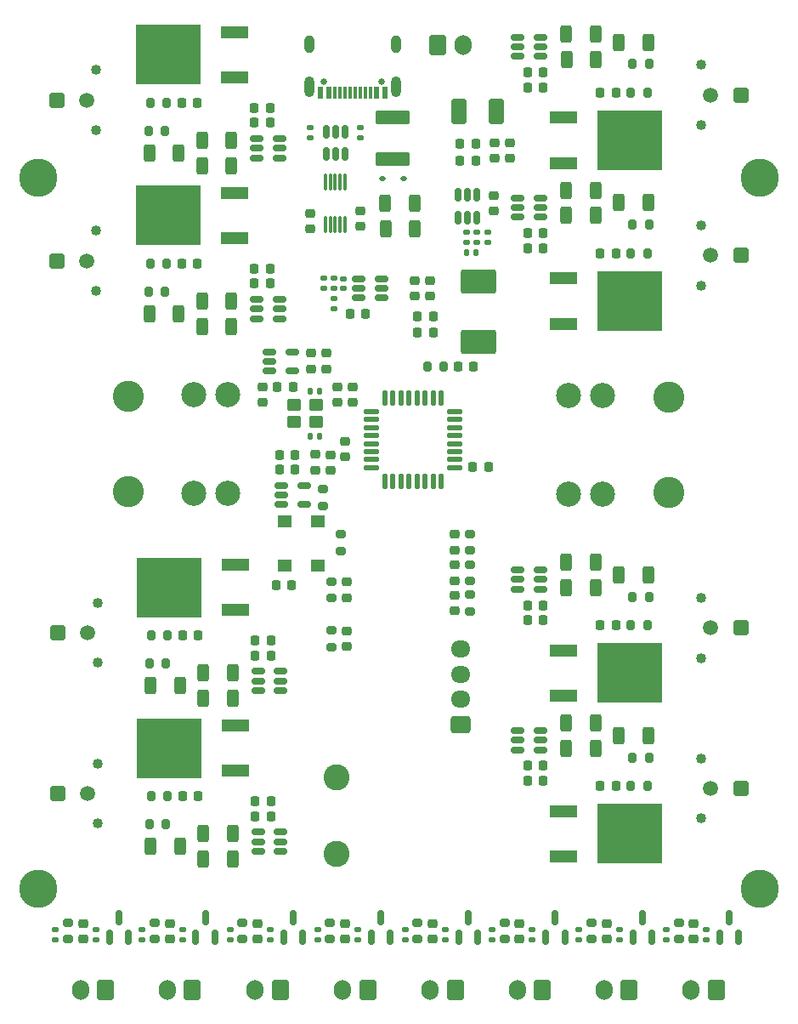
<source format=gbr>
%TF.GenerationSoftware,KiCad,Pcbnew,9.0.3-9.0.3-0~ubuntu24.04.1*%
%TF.CreationDate,2025-08-28T08:20:23-04:00*%
%TF.ProjectId,power distribution,706f7765-7220-4646-9973-747269627574,rev?*%
%TF.SameCoordinates,Original*%
%TF.FileFunction,Soldermask,Top*%
%TF.FilePolarity,Negative*%
%FSLAX46Y46*%
G04 Gerber Fmt 4.6, Leading zero omitted, Abs format (unit mm)*
G04 Created by KiCad (PCBNEW 9.0.3-9.0.3-0~ubuntu24.04.1) date 2025-08-28 08:20:23*
%MOMM*%
%LPD*%
G01*
G04 APERTURE LIST*
G04 Aperture macros list*
%AMRoundRect*
0 Rectangle with rounded corners*
0 $1 Rounding radius*
0 $2 $3 $4 $5 $6 $7 $8 $9 X,Y pos of 4 corners*
0 Add a 4 corners polygon primitive as box body*
4,1,4,$2,$3,$4,$5,$6,$7,$8,$9,$2,$3,0*
0 Add four circle primitives for the rounded corners*
1,1,$1+$1,$2,$3*
1,1,$1+$1,$4,$5*
1,1,$1+$1,$6,$7*
1,1,$1+$1,$8,$9*
0 Add four rect primitives between the rounded corners*
20,1,$1+$1,$2,$3,$4,$5,0*
20,1,$1+$1,$4,$5,$6,$7,0*
20,1,$1+$1,$6,$7,$8,$9,0*
20,1,$1+$1,$8,$9,$2,$3,0*%
G04 Aperture macros list end*
%ADD10RoundRect,0.250000X-0.312500X-0.625000X0.312500X-0.625000X0.312500X0.625000X-0.312500X0.625000X0*%
%ADD11RoundRect,0.225000X-0.250000X0.225000X-0.250000X-0.225000X0.250000X-0.225000X0.250000X0.225000X0*%
%ADD12RoundRect,0.225000X0.225000X0.250000X-0.225000X0.250000X-0.225000X-0.250000X0.225000X-0.250000X0*%
%ADD13RoundRect,0.225000X0.250000X-0.225000X0.250000X0.225000X-0.250000X0.225000X-0.250000X-0.225000X0*%
%ADD14RoundRect,0.218750X0.218750X0.256250X-0.218750X0.256250X-0.218750X-0.256250X0.218750X-0.256250X0*%
%ADD15RoundRect,0.250000X0.312500X0.625000X-0.312500X0.625000X-0.312500X-0.625000X0.312500X-0.625000X0*%
%ADD16RoundRect,0.249999X-1.450001X0.450001X-1.450001X-0.450001X1.450001X-0.450001X1.450001X0.450001X0*%
%ADD17RoundRect,0.218750X-0.256250X0.218750X-0.256250X-0.218750X0.256250X-0.218750X0.256250X0.218750X0*%
%ADD18C,1.020000*%
%ADD19RoundRect,0.250001X0.499999X-0.499999X0.499999X0.499999X-0.499999X0.499999X-0.499999X-0.499999X0*%
%ADD20C,1.500000*%
%ADD21RoundRect,0.200000X-0.200000X-0.275000X0.200000X-0.275000X0.200000X0.275000X-0.200000X0.275000X0*%
%ADD22RoundRect,0.150000X0.150000X-0.587500X0.150000X0.587500X-0.150000X0.587500X-0.150000X-0.587500X0*%
%ADD23C,3.800000*%
%ADD24RoundRect,0.200000X0.275000X-0.200000X0.275000X0.200000X-0.275000X0.200000X-0.275000X-0.200000X0*%
%ADD25R,1.360000X1.230000*%
%ADD26RoundRect,0.135000X-0.185000X0.135000X-0.185000X-0.135000X0.185000X-0.135000X0.185000X0.135000X0*%
%ADD27R,2.800000X1.300000*%
%ADD28R,6.500000X6.000000*%
%ADD29RoundRect,0.150000X-0.512500X-0.150000X0.512500X-0.150000X0.512500X0.150000X-0.512500X0.150000X0*%
%ADD30C,3.100000*%
%ADD31RoundRect,0.150000X-0.150000X0.512500X-0.150000X-0.512500X0.150000X-0.512500X0.150000X0.512500X0*%
%ADD32RoundRect,0.225000X-0.225000X-0.250000X0.225000X-0.250000X0.225000X0.250000X-0.225000X0.250000X0*%
%ADD33RoundRect,0.250001X-0.499999X0.499999X-0.499999X-0.499999X0.499999X-0.499999X0.499999X0.499999X0*%
%ADD34RoundRect,0.200000X0.200000X0.275000X-0.200000X0.275000X-0.200000X-0.275000X0.200000X-0.275000X0*%
%ADD35RoundRect,0.087500X-0.087500X0.725000X-0.087500X-0.725000X0.087500X-0.725000X0.087500X0.725000X0*%
%ADD36RoundRect,0.250000X0.600000X0.750000X-0.600000X0.750000X-0.600000X-0.750000X0.600000X-0.750000X0*%
%ADD37O,1.700000X2.000000*%
%ADD38RoundRect,0.150000X0.512500X0.150000X-0.512500X0.150000X-0.512500X-0.150000X0.512500X-0.150000X0*%
%ADD39RoundRect,0.140000X0.170000X-0.140000X0.170000X0.140000X-0.170000X0.140000X-0.170000X-0.140000X0*%
%ADD40RoundRect,0.135000X0.185000X-0.135000X0.185000X0.135000X-0.185000X0.135000X-0.185000X-0.135000X0*%
%ADD41RoundRect,0.112500X0.187500X0.112500X-0.187500X0.112500X-0.187500X-0.112500X0.187500X-0.112500X0*%
%ADD42RoundRect,0.218750X0.256250X-0.218750X0.256250X0.218750X-0.256250X0.218750X-0.256250X-0.218750X0*%
%ADD43RoundRect,0.140000X0.140000X0.170000X-0.140000X0.170000X-0.140000X-0.170000X0.140000X-0.170000X0*%
%ADD44C,2.600000*%
%ADD45RoundRect,0.250001X-1.499999X0.949999X-1.499999X-0.949999X1.499999X-0.949999X1.499999X0.949999X0*%
%ADD46RoundRect,0.250000X0.725000X-0.600000X0.725000X0.600000X-0.725000X0.600000X-0.725000X-0.600000X0*%
%ADD47O,1.950000X1.700000*%
%ADD48RoundRect,0.125000X-0.625000X-0.125000X0.625000X-0.125000X0.625000X0.125000X-0.625000X0.125000X0*%
%ADD49RoundRect,0.125000X-0.125000X-0.625000X0.125000X-0.625000X0.125000X0.625000X-0.125000X0.625000X0*%
%ADD50C,2.500000*%
%ADD51RoundRect,0.250000X0.450000X0.350000X-0.450000X0.350000X-0.450000X-0.350000X0.450000X-0.350000X0*%
%ADD52RoundRect,0.218750X-0.218750X-0.256250X0.218750X-0.256250X0.218750X0.256250X-0.218750X0.256250X0*%
%ADD53RoundRect,0.200000X-0.275000X0.200000X-0.275000X-0.200000X0.275000X-0.200000X0.275000X0.200000X0*%
%ADD54C,0.650000*%
%ADD55R,0.600000X1.240000*%
%ADD56R,0.300000X1.240000*%
%ADD57O,1.000000X2.100000*%
%ADD58O,1.000000X1.800000*%
%ADD59RoundRect,0.250000X-0.600000X-0.750000X0.600000X-0.750000X0.600000X0.750000X-0.600000X0.750000X0*%
%ADD60RoundRect,0.250001X-0.499999X-0.999999X0.499999X-0.999999X0.499999X0.999999X-0.499999X0.999999X0*%
G04 APERTURE END LIST*
D10*
%TO.C,R11*%
X130476510Y-51985000D03*
X133401510Y-51985000D03*
%TD*%
D11*
%TO.C,C56*%
X179445000Y-127475000D03*
X179445000Y-129025000D03*
%TD*%
D10*
%TO.C,R22*%
X125226510Y-66735000D03*
X128151510Y-66735000D03*
%TD*%
D12*
%TO.C,C1*%
X164475000Y-95755000D03*
X162925000Y-95755000D03*
%TD*%
D13*
%TO.C,C42*%
X142837500Y-72225000D03*
X142837500Y-70675000D03*
%TD*%
D14*
%TO.C,D25*%
X157512500Y-72025000D03*
X155937500Y-72025000D03*
%TD*%
D15*
%TO.C,R7*%
X174912500Y-92755000D03*
X171987500Y-92755000D03*
%TD*%
D16*
%TO.C,F1*%
X149475000Y-47225000D03*
X149475000Y-51325000D03*
%TD*%
D17*
%TO.C,D14*%
X144885000Y-93437500D03*
X144885000Y-95012500D03*
%TD*%
D18*
%TO.C,J2*%
X119939010Y-48485000D03*
X119939010Y-42485000D03*
D19*
X115999010Y-45485000D03*
D20*
X118999010Y-45485000D03*
%TD*%
D21*
%TO.C,R77*%
X173193750Y-60705000D03*
X174843750Y-60705000D03*
%TD*%
D22*
%TO.C,D21*%
X173375000Y-128775000D03*
X175275000Y-128775000D03*
X174325000Y-126900000D03*
%TD*%
D23*
%TO.C,M2*%
X186025000Y-124025000D03*
%TD*%
D24*
%TO.C,R83*%
X177945000Y-129025000D03*
X177945000Y-127375000D03*
%TD*%
D15*
%TO.C,R42*%
X133491510Y-118505000D03*
X130566510Y-118505000D03*
%TD*%
D10*
%TO.C,R78*%
X166737500Y-56955000D03*
X169662500Y-56955000D03*
%TD*%
D25*
%TO.C,SW1*%
X138725000Y-91775000D03*
X138725000Y-87415000D03*
%TD*%
D26*
%TO.C,R44*%
X115870000Y-128015000D03*
X115870000Y-129035000D03*
%TD*%
D27*
%TO.C,Q8*%
X166450000Y-63205000D03*
D28*
X173030000Y-65475000D03*
D27*
X166450000Y-67745000D03*
%TD*%
D13*
%TO.C,C3*%
X143975000Y-75550000D03*
X143975000Y-74000000D03*
%TD*%
D29*
%TO.C,U10*%
X136029010Y-102355000D03*
X136029010Y-103305000D03*
X136029010Y-104255000D03*
X138304010Y-104255000D03*
X138304010Y-103305000D03*
X138304010Y-102355000D03*
%TD*%
D30*
%TO.C,J17*%
X123109010Y-74965000D03*
X123109010Y-84465000D03*
%TD*%
D23*
%TO.C,M2*%
X186025000Y-53225000D03*
%TD*%
D10*
%TO.C,R33*%
X125316510Y-103755000D03*
X128241510Y-103755000D03*
%TD*%
D21*
%TO.C,R1*%
X173193750Y-97755000D03*
X174843750Y-97755000D03*
%TD*%
D31*
%TO.C,U8*%
X144713000Y-48599500D03*
X143763000Y-48599500D03*
X142813000Y-48599500D03*
X142813000Y-50874500D03*
X143763000Y-50874500D03*
X144713000Y-50874500D03*
%TD*%
D32*
%TO.C,C25*%
X156175000Y-49825000D03*
X157725000Y-49825000D03*
%TD*%
D10*
%TO.C,R43*%
X125316510Y-119755000D03*
X128241510Y-119755000D03*
%TD*%
D11*
%TO.C,C11*%
X153175000Y-63450000D03*
X153175000Y-65000000D03*
%TD*%
D13*
%TO.C,C23*%
X159500000Y-56500000D03*
X159500000Y-54950000D03*
%TD*%
D15*
%TO.C,R68*%
X174912500Y-39705000D03*
X171987500Y-39705000D03*
%TD*%
D18*
%TO.C,J13*%
X180200000Y-41955000D03*
X180200000Y-47955000D03*
D33*
X184140000Y-44955000D03*
D20*
X181140000Y-44955000D03*
%TD*%
D11*
%TO.C,C44*%
X153435000Y-127475000D03*
X153435000Y-129025000D03*
%TD*%
D18*
%TO.C,J3*%
X180200000Y-111005000D03*
X180200000Y-117005000D03*
D33*
X184140000Y-114005000D03*
D20*
X181140000Y-114005000D03*
%TD*%
D26*
%TO.C,R45*%
X119870000Y-128015000D03*
X119870000Y-129035000D03*
%TD*%
D32*
%TO.C,C38*%
X135754010Y-116755000D03*
X137304010Y-116755000D03*
%TD*%
D13*
%TO.C,C30*%
X146225000Y-58050000D03*
X146225000Y-56500000D03*
%TD*%
D34*
%TO.C,R17*%
X126945260Y-61735000D03*
X125295260Y-61735000D03*
%TD*%
D35*
%TO.C,U9*%
X144725000Y-53662500D03*
X144225000Y-53662500D03*
X143725000Y-53662500D03*
X143225000Y-53662500D03*
X142725000Y-53662500D03*
X142725000Y-57887500D03*
X143225000Y-57887500D03*
X143725000Y-57887500D03*
X144225000Y-57887500D03*
X144725000Y-57887500D03*
%TD*%
D11*
%TO.C,C40*%
X136475000Y-74000000D03*
X136475000Y-75550000D03*
%TD*%
%TO.C,C53*%
X135995000Y-127475000D03*
X135995000Y-129025000D03*
%TD*%
D36*
%TO.C,J14*%
X129495000Y-134025000D03*
D37*
X126995000Y-134025000D03*
%TD*%
D36*
%TO.C,J15*%
X164355000Y-134025000D03*
D37*
X161855000Y-134025000D03*
%TD*%
D32*
%TO.C,C21*%
X135664010Y-63735000D03*
X137214010Y-63735000D03*
%TD*%
D36*
%TO.C,J10*%
X120870000Y-134025000D03*
D37*
X118370000Y-134025000D03*
%TD*%
D11*
%TO.C,C7*%
X141725000Y-80750000D03*
X141725000Y-82300000D03*
%TD*%
D26*
%TO.C,R61*%
X124495000Y-128015000D03*
X124495000Y-129035000D03*
%TD*%
%TO.C,R87*%
X180695000Y-128015000D03*
X180695000Y-129035000D03*
%TD*%
D32*
%TO.C,C33*%
X138200000Y-80775000D03*
X139750000Y-80775000D03*
%TD*%
D21*
%TO.C,R16*%
X173193750Y-113755000D03*
X174843750Y-113755000D03*
%TD*%
D32*
%TO.C,C8*%
X135664010Y-47735000D03*
X137214010Y-47735000D03*
%TD*%
D11*
%TO.C,C54*%
X170775000Y-127475000D03*
X170775000Y-129025000D03*
%TD*%
D38*
%TO.C,U15*%
X164200000Y-57105000D03*
X164200000Y-56155000D03*
X164200000Y-55205000D03*
X161925000Y-55205000D03*
X161925000Y-56155000D03*
X161925000Y-57105000D03*
%TD*%
D12*
%TO.C,C14*%
X153475000Y-67025000D03*
X151925000Y-67025000D03*
%TD*%
D22*
%TO.C,D20*%
X138595000Y-128775000D03*
X140495000Y-128775000D03*
X139545000Y-126900000D03*
%TD*%
D15*
%TO.C,R32*%
X133491510Y-102505000D03*
X130566510Y-102505000D03*
%TD*%
D39*
%TO.C,C17*%
X144575000Y-64205000D03*
X144575000Y-63245000D03*
%TD*%
D32*
%TO.C,C15*%
X137850000Y-93725000D03*
X139400000Y-93725000D03*
%TD*%
D24*
%TO.C,R40*%
X151935000Y-129025000D03*
X151935000Y-127375000D03*
%TD*%
D11*
%TO.C,C27*%
X161100000Y-49725000D03*
X161100000Y-51275000D03*
%TD*%
D24*
%TO.C,R58*%
X125745000Y-129025000D03*
X125745000Y-127375000D03*
%TD*%
D40*
%TO.C,R12*%
X143575000Y-64235000D03*
X143575000Y-63215000D03*
%TD*%
D11*
%TO.C,C12*%
X151675000Y-63450000D03*
X151675000Y-65000000D03*
%TD*%
D22*
%TO.C,D24*%
X182045000Y-128775000D03*
X183945000Y-128775000D03*
X182995000Y-126900000D03*
%TD*%
D29*
%TO.C,U12*%
X137200000Y-70525000D03*
X137200000Y-71475000D03*
X137200000Y-72425000D03*
X139475000Y-72425000D03*
X139475000Y-70525000D03*
%TD*%
D11*
%TO.C,C26*%
X159600000Y-49750000D03*
X159600000Y-51300000D03*
%TD*%
D12*
%TO.C,C19*%
X164475000Y-111755000D03*
X162925000Y-111755000D03*
%TD*%
D26*
%TO.C,R84*%
X141965000Y-128015000D03*
X141965000Y-129035000D03*
%TD*%
%TO.C,R75*%
X168025000Y-128015000D03*
X168025000Y-129035000D03*
%TD*%
D22*
%TO.C,D9*%
X156035000Y-128775000D03*
X157935000Y-128775000D03*
X156985000Y-126900000D03*
%TD*%
D27*
%TO.C,Q1*%
X166450000Y-100255000D03*
D28*
X173030000Y-102525000D03*
D27*
X166450000Y-104795000D03*
%TD*%
D24*
%TO.C,R59*%
X160605000Y-129025000D03*
X160605000Y-127375000D03*
%TD*%
D11*
%TO.C,C55*%
X144715000Y-127475000D03*
X144715000Y-129025000D03*
%TD*%
D10*
%TO.C,R50*%
X130566510Y-121005000D03*
X133491510Y-121005000D03*
%TD*%
D13*
%TO.C,C4*%
X145475000Y-75550000D03*
X145475000Y-74000000D03*
%TD*%
D32*
%TO.C,C39*%
X137950000Y-74025000D03*
X139500000Y-74025000D03*
%TD*%
D12*
%TO.C,C51*%
X164475000Y-58705000D03*
X162925000Y-58705000D03*
%TD*%
D24*
%TO.C,R39*%
X117120000Y-129025000D03*
X117120000Y-127375000D03*
%TD*%
D38*
%TO.C,U6*%
X164200000Y-110155000D03*
X164200000Y-109205000D03*
X164200000Y-108255000D03*
X161925000Y-108255000D03*
X161925000Y-109205000D03*
X161925000Y-110155000D03*
%TD*%
D11*
%TO.C,C43*%
X118620000Y-127475000D03*
X118620000Y-129025000D03*
%TD*%
D18*
%TO.C,J19*%
X180200000Y-57955000D03*
X180200000Y-63955000D03*
D33*
X184140000Y-60955000D03*
D20*
X181140000Y-60955000D03*
%TD*%
D41*
%TO.C,D5*%
X150525000Y-53275000D03*
X148425000Y-53275000D03*
%TD*%
D13*
%TO.C,C29*%
X141212500Y-58325000D03*
X141212500Y-56775000D03*
%TD*%
D42*
%TO.C,D13*%
X155625000Y-96325000D03*
X155625000Y-94750000D03*
%TD*%
D22*
%TO.C,D8*%
X121220000Y-128775000D03*
X123120000Y-128775000D03*
X122170000Y-126900000D03*
%TD*%
D12*
%TO.C,C47*%
X164475000Y-42705000D03*
X162925000Y-42705000D03*
%TD*%
D29*
%TO.C,U13*%
X136029010Y-118355000D03*
X136029010Y-119305000D03*
X136029010Y-120255000D03*
X138304010Y-120255000D03*
X138304010Y-119305000D03*
X138304010Y-118355000D03*
%TD*%
D13*
%TO.C,C36*%
X143225000Y-82325000D03*
X143225000Y-80775000D03*
%TD*%
D32*
%TO.C,C9*%
X135664010Y-46235000D03*
X137214010Y-46235000D03*
%TD*%
D43*
%TO.C,C28*%
X157780000Y-60625000D03*
X156820000Y-60625000D03*
%TD*%
D26*
%TO.C,R27*%
X157800000Y-58615000D03*
X157800000Y-59635000D03*
%TD*%
D42*
%TO.C,D12*%
X155625000Y-93325000D03*
X155625000Y-91750000D03*
%TD*%
D15*
%TO.C,R6*%
X133401510Y-49485000D03*
X130476510Y-49485000D03*
%TD*%
D10*
%TO.C,R8*%
X125226510Y-50735000D03*
X128151510Y-50735000D03*
%TD*%
D32*
%TO.C,C24*%
X156175000Y-51525000D03*
X157725000Y-51525000D03*
%TD*%
D10*
%TO.C,R5*%
X166737500Y-94005000D03*
X169662500Y-94005000D03*
%TD*%
D36*
%TO.C,J22*%
X146965000Y-134025000D03*
D37*
X144465000Y-134025000D03*
%TD*%
D26*
%TO.C,R21*%
X158900000Y-58615000D03*
X158900000Y-59635000D03*
%TD*%
D10*
%TO.C,R29*%
X148725000Y-55775000D03*
X151650000Y-55775000D03*
%TD*%
D26*
%TO.C,R62*%
X128495000Y-128015000D03*
X128495000Y-129035000D03*
%TD*%
D34*
%TO.C,R30*%
X127035260Y-98755000D03*
X125385260Y-98755000D03*
%TD*%
D32*
%TO.C,C5*%
X157425000Y-82025000D03*
X158975000Y-82025000D03*
%TD*%
D43*
%TO.C,C16*%
X142180000Y-74450000D03*
X141220000Y-74450000D03*
%TD*%
D15*
%TO.C,R23*%
X169662500Y-107505000D03*
X166737500Y-107505000D03*
%TD*%
D21*
%TO.C,R88*%
X152900000Y-72025000D03*
X154550000Y-72025000D03*
%TD*%
D27*
%TO.C,Q2*%
X133689010Y-43235000D03*
D28*
X127109010Y-40965000D03*
D27*
X133689010Y-38695000D03*
%TD*%
D25*
%TO.C,SW2*%
X141975000Y-87415000D03*
X141975000Y-91775000D03*
%TD*%
D24*
%TO.C,R71*%
X134495000Y-129025000D03*
X134495000Y-127375000D03*
%TD*%
D44*
%TO.C,TP1*%
X143900000Y-120510000D03*
X143900000Y-112890000D03*
%TD*%
D12*
%TO.C,C46*%
X164475000Y-44205000D03*
X162925000Y-44205000D03*
%TD*%
D34*
%TO.C,R2*%
X126945260Y-45735000D03*
X125295260Y-45735000D03*
%TD*%
D10*
%TO.C,R31*%
X148762500Y-58275000D03*
X151687500Y-58275000D03*
%TD*%
D29*
%TO.C,U11*%
X138362500Y-83825000D03*
X138362500Y-84775000D03*
X138362500Y-85725000D03*
X140637500Y-85725000D03*
X140637500Y-83825000D03*
%TD*%
D27*
%TO.C,Q7*%
X166450000Y-47205000D03*
D28*
X173030000Y-49475000D03*
D27*
X166450000Y-51745000D03*
%TD*%
D15*
%TO.C,R19*%
X133401510Y-65485000D03*
X130476510Y-65485000D03*
%TD*%
D43*
%TO.C,C18*%
X142180000Y-78950000D03*
X141220000Y-78950000D03*
%TD*%
D36*
%TO.C,J20*%
X138245000Y-134025000D03*
D37*
X135745000Y-134025000D03*
%TD*%
D14*
%TO.C,D2*%
X130007760Y-45735000D03*
X128432760Y-45735000D03*
%TD*%
D40*
%TO.C,R15*%
X142575000Y-64235000D03*
X142575000Y-63215000D03*
%TD*%
D15*
%TO.C,R79*%
X174912500Y-55705000D03*
X171987500Y-55705000D03*
%TD*%
D36*
%TO.C,J11*%
X155685000Y-134025000D03*
D37*
X153185000Y-134025000D03*
%TD*%
D45*
%TO.C,L1*%
X157975000Y-63525000D03*
X157975000Y-69525000D03*
%TD*%
D46*
%TO.C,J4*%
X156225000Y-107625000D03*
D47*
X156225000Y-105125000D03*
X156225000Y-102625000D03*
X156225000Y-100125000D03*
%TD*%
D48*
%TO.C,U4*%
X147300000Y-76475000D03*
X147300000Y-77275000D03*
X147300000Y-78075000D03*
X147300000Y-78875000D03*
X147300000Y-79675000D03*
X147300000Y-80475000D03*
X147300000Y-81275000D03*
X147300000Y-82075000D03*
D49*
X148675000Y-83450000D03*
X149475000Y-83450000D03*
X150275000Y-83450000D03*
X151075000Y-83450000D03*
X151875000Y-83450000D03*
X152675000Y-83450000D03*
X153475000Y-83450000D03*
X154275000Y-83450000D03*
D48*
X155650000Y-82075000D03*
X155650000Y-81275000D03*
X155650000Y-80475000D03*
X155650000Y-79675000D03*
X155650000Y-78875000D03*
X155650000Y-78075000D03*
X155650000Y-77275000D03*
X155650000Y-76475000D03*
D49*
X154275000Y-75100000D03*
X153475000Y-75100000D03*
X152675000Y-75100000D03*
X151875000Y-75100000D03*
X151075000Y-75100000D03*
X150275000Y-75100000D03*
X149475000Y-75100000D03*
X148675000Y-75100000D03*
%TD*%
D18*
%TO.C,J1*%
X180200000Y-95005000D03*
X180200000Y-101005000D03*
D33*
X184140000Y-98005000D03*
D20*
X181140000Y-98005000D03*
%TD*%
D23*
%TO.C,M2*%
X114125000Y-53225000D03*
%TD*%
D50*
%TO.C,F2*%
X133059010Y-74825000D03*
X129659010Y-74825000D03*
X133059010Y-84625000D03*
X129659010Y-84625000D03*
%TD*%
D27*
%TO.C,Q6*%
X133779010Y-112255000D03*
D28*
X127199010Y-109985000D03*
D27*
X133779010Y-107715000D03*
%TD*%
D15*
%TO.C,R80*%
X169662500Y-54455000D03*
X166737500Y-54455000D03*
%TD*%
D51*
%TO.C,Y1*%
X141800000Y-75850000D03*
X139600000Y-75850000D03*
X139600000Y-77550000D03*
X141800000Y-77550000D03*
%TD*%
D32*
%TO.C,C31*%
X135754010Y-100755000D03*
X137304010Y-100755000D03*
%TD*%
D52*
%TO.C,D19*%
X170131250Y-44705000D03*
X171706250Y-44705000D03*
%TD*%
D12*
%TO.C,C52*%
X164475000Y-60205000D03*
X162925000Y-60205000D03*
%TD*%
D42*
%TO.C,D11*%
X155625000Y-90287500D03*
X155625000Y-88712500D03*
%TD*%
D27*
%TO.C,Q4*%
X133689010Y-59235000D03*
D28*
X127109010Y-56965000D03*
D27*
X133689010Y-54695000D03*
%TD*%
D34*
%TO.C,R81*%
X175000000Y-57905000D03*
X173350000Y-57905000D03*
%TD*%
D52*
%TO.C,D1*%
X170131250Y-97755000D03*
X171706250Y-97755000D03*
%TD*%
D32*
%TO.C,C32*%
X135754010Y-99255000D03*
X137304010Y-99255000D03*
%TD*%
D11*
%TO.C,C48*%
X127245000Y-127475000D03*
X127245000Y-129025000D03*
%TD*%
D34*
%TO.C,R25*%
X175000000Y-110955000D03*
X173350000Y-110955000D03*
%TD*%
D27*
%TO.C,Q3*%
X166450000Y-116255000D03*
D28*
X173030000Y-118525000D03*
D27*
X166450000Y-120795000D03*
%TD*%
D26*
%TO.C,R73*%
X133245000Y-128015000D03*
X133245000Y-129035000D03*
%TD*%
%TO.C,R63*%
X159355000Y-128015000D03*
X159355000Y-129035000D03*
%TD*%
D23*
%TO.C,M2*%
X114125000Y-124025000D03*
%TD*%
D53*
%TO.C,R56*%
X143385000Y-98275000D03*
X143385000Y-99925000D03*
%TD*%
D29*
%TO.C,U3*%
X135939010Y-49335000D03*
X135939010Y-50285000D03*
X135939010Y-51235000D03*
X138214010Y-51235000D03*
X138214010Y-50285000D03*
X138214010Y-49335000D03*
%TD*%
D26*
%TO.C,R85*%
X145965000Y-128015000D03*
X145965000Y-129035000D03*
%TD*%
D12*
%TO.C,C13*%
X153475000Y-68625000D03*
X151925000Y-68625000D03*
%TD*%
D26*
%TO.C,R86*%
X176695000Y-128015000D03*
X176695000Y-129035000D03*
%TD*%
%TO.C,R47*%
X154685000Y-128015000D03*
X154685000Y-129035000D03*
%TD*%
D18*
%TO.C,J6*%
X120029010Y-101505000D03*
X120029010Y-95505000D03*
D19*
X116089010Y-98505000D03*
D20*
X119089010Y-98505000D03*
%TD*%
D40*
%TO.C,R3*%
X143575000Y-66235000D03*
X143575000Y-65215000D03*
%TD*%
D11*
%TO.C,C49*%
X162105000Y-127475000D03*
X162105000Y-129025000D03*
%TD*%
D21*
%TO.C,R37*%
X125229010Y-101555000D03*
X126879010Y-101555000D03*
%TD*%
D53*
%TO.C,R10*%
X144325000Y-88725000D03*
X144325000Y-90375000D03*
%TD*%
D26*
%TO.C,R46*%
X150685000Y-128015000D03*
X150685000Y-129035000D03*
%TD*%
D38*
%TO.C,U1*%
X148362500Y-65175000D03*
X148362500Y-64225000D03*
X148362500Y-63275000D03*
X146087500Y-63275000D03*
X146087500Y-64225000D03*
X146087500Y-65175000D03*
%TD*%
%TO.C,U2*%
X164200000Y-94155000D03*
X164200000Y-93205000D03*
X164200000Y-92255000D03*
X161925000Y-92255000D03*
X161925000Y-93205000D03*
X161925000Y-94155000D03*
%TD*%
D13*
%TO.C,C41*%
X141357500Y-72225000D03*
X141357500Y-70675000D03*
%TD*%
D26*
%TO.C,R76*%
X172025000Y-128015000D03*
X172025000Y-129035000D03*
%TD*%
D34*
%TO.C,R13*%
X175000000Y-94955000D03*
X173350000Y-94955000D03*
%TD*%
D21*
%TO.C,R57*%
X173193750Y-44705000D03*
X174843750Y-44705000D03*
%TD*%
D40*
%TO.C,R28*%
X156800000Y-59635000D03*
X156800000Y-58615000D03*
%TD*%
D18*
%TO.C,J9*%
X120029010Y-117505000D03*
X120029010Y-111505000D03*
D19*
X116089010Y-114505000D03*
D20*
X119089010Y-114505000D03*
%TD*%
D31*
%TO.C,U5*%
X157850000Y-54887500D03*
X156900000Y-54887500D03*
X155950000Y-54887500D03*
X155950000Y-57162500D03*
X156900000Y-57162500D03*
X157850000Y-57162500D03*
%TD*%
D32*
%TO.C,C34*%
X138200000Y-82275000D03*
X139750000Y-82275000D03*
%TD*%
D34*
%TO.C,R38*%
X127035260Y-114755000D03*
X125385260Y-114755000D03*
%TD*%
D50*
%TO.C,F3*%
X166975000Y-84675000D03*
X170375000Y-84675000D03*
X166975000Y-74875000D03*
X170375000Y-74875000D03*
%TD*%
D36*
%TO.C,J23*%
X181695000Y-134025000D03*
D37*
X179195000Y-134025000D03*
%TD*%
D24*
%TO.C,R52*%
X157125000Y-90325000D03*
X157125000Y-88675000D03*
%TD*%
D54*
%TO.C,J8*%
X148365000Y-43630000D03*
X142585000Y-43630000D03*
D55*
X148675000Y-44750000D03*
X147875000Y-44750000D03*
D56*
X146725000Y-44750000D03*
X145725000Y-44750000D03*
X145225000Y-44750000D03*
X144225000Y-44750000D03*
D55*
X143075000Y-44750000D03*
X142275000Y-44750000D03*
X142275000Y-44750000D03*
X143075000Y-44750000D03*
D56*
X143725000Y-44750000D03*
X144725000Y-44750000D03*
X146225000Y-44750000D03*
X147225000Y-44750000D03*
D55*
X147875000Y-44750000D03*
X148675000Y-44750000D03*
D57*
X149795000Y-44150000D03*
D58*
X149795000Y-39950000D03*
D57*
X141155000Y-44150000D03*
D58*
X141155000Y-39950000D03*
%TD*%
D30*
%TO.C,J18*%
X176975000Y-84525000D03*
X176975000Y-75025000D03*
%TD*%
D10*
%TO.C,R24*%
X130476510Y-67985000D03*
X133401510Y-67985000D03*
%TD*%
D52*
%TO.C,D3*%
X170131250Y-113755000D03*
X171706250Y-113755000D03*
%TD*%
D17*
%TO.C,D15*%
X144885000Y-98312500D03*
X144885000Y-99887500D03*
%TD*%
D32*
%TO.C,C37*%
X135754010Y-115255000D03*
X137304010Y-115255000D03*
%TD*%
D24*
%TO.C,R53*%
X157125000Y-93362500D03*
X157125000Y-91712500D03*
%TD*%
D32*
%TO.C,C10*%
X145225000Y-66725000D03*
X146775000Y-66725000D03*
%TD*%
D14*
%TO.C,D6*%
X130097760Y-98755000D03*
X128522760Y-98755000D03*
%TD*%
D53*
%TO.C,R55*%
X143385000Y-93400000D03*
X143385000Y-95050000D03*
%TD*%
D15*
%TO.C,R9*%
X169662500Y-91505000D03*
X166737500Y-91505000D03*
%TD*%
D21*
%TO.C,R14*%
X125139010Y-48535000D03*
X126789010Y-48535000D03*
%TD*%
D10*
%TO.C,R18*%
X166737500Y-110005000D03*
X169662500Y-110005000D03*
%TD*%
D15*
%TO.C,R69*%
X169662500Y-38925000D03*
X166737500Y-38925000D03*
%TD*%
D18*
%TO.C,J5*%
X119939010Y-64485000D03*
X119939010Y-58485000D03*
D19*
X115999010Y-61485000D03*
D20*
X118999010Y-61485000D03*
%TD*%
D26*
%TO.C,R34*%
X146263000Y-48227000D03*
X146263000Y-49247000D03*
%TD*%
D22*
%TO.C,D23*%
X147315000Y-128775000D03*
X149215000Y-128775000D03*
X148265000Y-126900000D03*
%TD*%
D26*
%TO.C,R74*%
X137245000Y-128015000D03*
X137245000Y-129035000D03*
%TD*%
D10*
%TO.C,R67*%
X166762500Y-41425000D03*
X169687500Y-41425000D03*
%TD*%
D53*
%TO.C,R4*%
X142525000Y-84200000D03*
X142525000Y-85850000D03*
%TD*%
D14*
%TO.C,D4*%
X130007760Y-61735000D03*
X128432760Y-61735000D03*
%TD*%
D22*
%TO.C,D16*%
X129845000Y-128775000D03*
X131745000Y-128775000D03*
X130795000Y-126900000D03*
%TD*%
D26*
%TO.C,R35*%
X141263000Y-48217000D03*
X141263000Y-49237000D03*
%TD*%
D22*
%TO.C,D17*%
X164705000Y-128775000D03*
X166605000Y-128775000D03*
X165655000Y-126900000D03*
%TD*%
D29*
%TO.C,U7*%
X135939010Y-65335000D03*
X135939010Y-66285000D03*
X135939010Y-67235000D03*
X138214010Y-67235000D03*
X138214010Y-66285000D03*
X138214010Y-65335000D03*
%TD*%
D24*
%TO.C,R54*%
X157125000Y-96350000D03*
X157125000Y-94700000D03*
%TD*%
D59*
%TO.C,J7*%
X153975000Y-40025000D03*
D37*
X156475000Y-40025000D03*
%TD*%
D24*
%TO.C,R72*%
X169275000Y-129025000D03*
X169275000Y-127375000D03*
%TD*%
D11*
%TO.C,C6*%
X144725000Y-79450000D03*
X144725000Y-81000000D03*
%TD*%
D52*
%TO.C,D22*%
X170131250Y-60705000D03*
X171706250Y-60705000D03*
%TD*%
D26*
%TO.C,R64*%
X163355000Y-128015000D03*
X163355000Y-129035000D03*
%TD*%
D12*
%TO.C,C20*%
X164475000Y-113255000D03*
X162925000Y-113255000D03*
%TD*%
D21*
%TO.C,R26*%
X125139010Y-64535000D03*
X126789010Y-64535000D03*
%TD*%
D60*
%TO.C,L2*%
X156050000Y-46625000D03*
X159750000Y-46625000D03*
%TD*%
D32*
%TO.C,C22*%
X135664010Y-62235000D03*
X137214010Y-62235000D03*
%TD*%
D21*
%TO.C,R51*%
X125229010Y-117555000D03*
X126879010Y-117555000D03*
%TD*%
D27*
%TO.C,Q5*%
X133779010Y-96255000D03*
D28*
X127199010Y-93985000D03*
D27*
X133779010Y-91715000D03*
%TD*%
D38*
%TO.C,U14*%
X164200000Y-41105000D03*
X164200000Y-40155000D03*
X164200000Y-39205000D03*
X161925000Y-39205000D03*
X161925000Y-40155000D03*
X161925000Y-41105000D03*
%TD*%
D10*
%TO.C,R36*%
X130566510Y-105005000D03*
X133491510Y-105005000D03*
%TD*%
D24*
%TO.C,R82*%
X143215000Y-129025000D03*
X143215000Y-127375000D03*
%TD*%
D36*
%TO.C,J21*%
X173025000Y-134025000D03*
D37*
X170525000Y-134025000D03*
%TD*%
D15*
%TO.C,R20*%
X174912500Y-108755000D03*
X171987500Y-108755000D03*
%TD*%
D12*
%TO.C,C2*%
X164475000Y-97255000D03*
X162925000Y-97255000D03*
%TD*%
D34*
%TO.C,R70*%
X175000000Y-41905000D03*
X173350000Y-41905000D03*
%TD*%
D14*
%TO.C,D7*%
X130097760Y-114755000D03*
X128522760Y-114755000D03*
%TD*%
M02*

</source>
